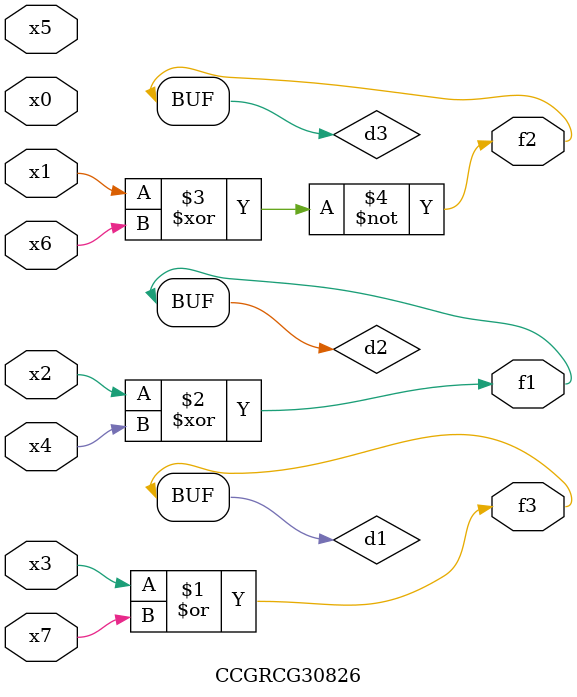
<source format=v>
module CCGRCG30826(
	input x0, x1, x2, x3, x4, x5, x6, x7,
	output f1, f2, f3
);

	wire d1, d2, d3;

	or (d1, x3, x7);
	xor (d2, x2, x4);
	xnor (d3, x1, x6);
	assign f1 = d2;
	assign f2 = d3;
	assign f3 = d1;
endmodule

</source>
